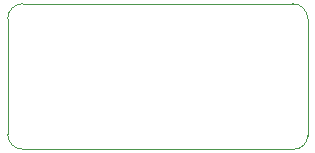
<source format=gbr>
%TF.GenerationSoftware,Altium Limited,Altium Designer,21.4.1 (30)*%
G04 Layer_Color=0*
%FSLAX45Y45*%
%MOMM*%
%TF.SameCoordinates,540651E0-2A7D-4A38-944B-493F13BEE0D5*%
%TF.FilePolarity,Positive*%
%TF.FileFunction,Profile,NP*%
%TF.Part,Single*%
G01*
G75*
%TA.AperFunction,Profile*%
%ADD29C,0.02540*%
D29*
X9766300Y5397500D02*
Y6375400D01*
D02*
G02*
X9893300Y6502400I127000J0D01*
G01*
X12179300D01*
D02*
G02*
X12306300Y6375400I0J-127000D01*
G01*
Y5384800D01*
D02*
G02*
X12192000Y5270500I-114300J0D01*
G01*
X9893300D01*
D02*
G02*
X9766300Y5397500I0J127000D01*
G01*
%TF.MD5,05b8506be78d6eec279ed6d0d4b67fcf*%
M02*

</source>
